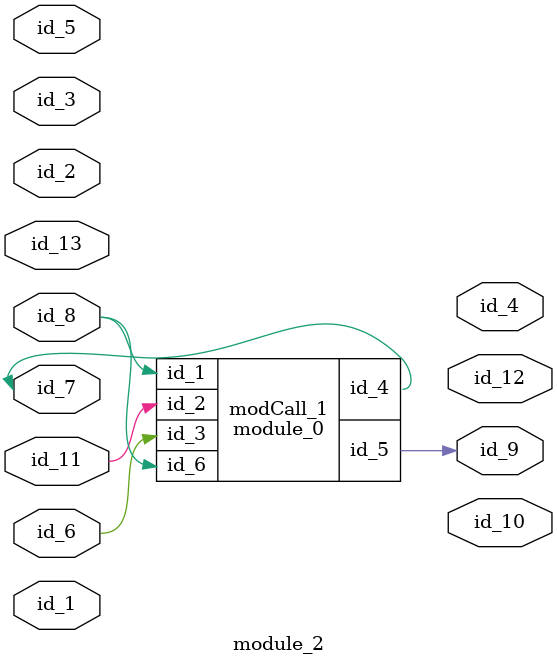
<source format=v>
module module_0 (
    id_1,
    id_2,
    id_3,
    id_4,
    id_5,
    id_6
);
  input wire id_6;
  output wire id_5;
  inout wire id_4;
  input wire id_3;
  input wire id_2;
  input wire id_1;
  wire id_7 = 1;
endmodule
module module_1;
  reg id_1;
  always @(posedge id_1 == 1) begin : LABEL_0
    id_1 <= id_1 == 1;
  end
  assign id_1 = 1;
  wire id_2;
  module_0 modCall_1 (
      id_2,
      id_2,
      id_2,
      id_2,
      id_2,
      id_2
  );
endmodule
module module_2 (
    id_1,
    id_2,
    id_3,
    id_4,
    id_5,
    id_6,
    id_7,
    id_8,
    id_9,
    id_10,
    id_11,
    id_12,
    id_13
);
  input wire id_13;
  output wire id_12;
  input wire id_11;
  output wire id_10;
  output wire id_9;
  input wire id_8;
  inout wire id_7;
  inout wire id_6;
  input wire id_5;
  output wire id_4;
  inout wire id_3;
  input wire id_2;
  inout wire id_1;
  wire id_14;
  module_0 modCall_1 (
      id_8,
      id_11,
      id_6,
      id_7,
      id_9,
      id_8
  );
  assign id_3[1] = 1 == id_11;
endmodule

</source>
